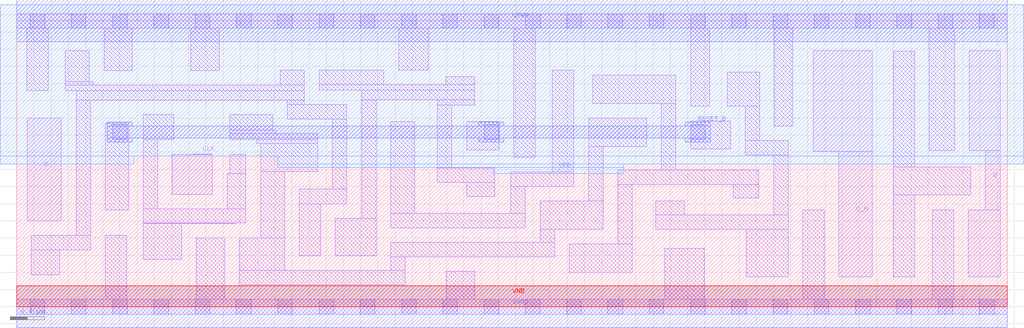
<source format=lef>
# Copyright 2020 The SkyWater PDK Authors
#
# Licensed under the Apache License, Version 2.0 (the "License");
# you may not use this file except in compliance with the License.
# You may obtain a copy of the License at
#
#     https://www.apache.org/licenses/LICENSE-2.0
#
# Unless required by applicable law or agreed to in writing, software
# distributed under the License is distributed on an "AS IS" BASIS,
# WITHOUT WARRANTIES OR CONDITIONS OF ANY KIND, either express or implied.
# See the License for the specific language governing permissions and
# limitations under the License.
#
# SPDX-License-Identifier: Apache-2.0

VERSION 5.7 ;
  NOWIREEXTENSIONATPIN ON ;
  DIVIDERCHAR "/" ;
  BUSBITCHARS "[]" ;
MACRO sky130_fd_sc_ms__dfrbp_1
  CLASS CORE ;
  FOREIGN sky130_fd_sc_ms__dfrbp_1 ;
  ORIGIN  0.000000  0.000000 ;
  SIZE  11.52000 BY  3.330000 ;
  SYMMETRY X Y R90 ;
  SITE unit ;
  PIN D
    ANTENNAGATEAREA  0.138600 ;
    DIRECTION INPUT ;
    USE SIGNAL ;
    PORT
      LAYER li1 ;
        RECT 0.125000 1.000000 0.520000 2.195000 ;
    END
  END D
  PIN Q
    ANTENNADIFFAREA  0.524500 ;
    DIRECTION OUTPUT ;
    USE SIGNAL ;
    PORT
      LAYER li1 ;
        RECT 11.065000 0.350000 11.435000 1.130000 ;
        RECT 11.075000 1.820000 11.435000 2.980000 ;
        RECT 11.265000 1.130000 11.435000 1.820000 ;
    END
  END Q
  PIN Q_N
    ANTENNADIFFAREA  0.934700 ;
    DIRECTION OUTPUT ;
    USE SIGNAL ;
    PORT
      LAYER li1 ;
        RECT 9.260000 1.810000 9.950000 2.985000 ;
        RECT 9.560000 0.350000 9.950000 1.810000 ;
    END
  END Q_N
  PIN RESET_B
    ANTENNAGATEAREA  0.415800 ;
    DIRECTION INPUT ;
    USE SIGNAL ;
    PORT
      LAYER met1 ;
        RECT 1.055000 1.920000 1.345000 1.965000 ;
        RECT 1.055000 1.965000 8.065000 2.105000 ;
        RECT 1.055000 2.105000 1.345000 2.150000 ;
        RECT 5.375000 1.920000 5.665000 1.965000 ;
        RECT 5.375000 2.105000 5.665000 2.150000 ;
        RECT 7.775000 1.920000 8.065000 1.965000 ;
        RECT 7.775000 2.105000 8.065000 2.150000 ;
    END
  END RESET_B
  PIN CLK
    ANTENNAGATEAREA  0.312600 ;
    DIRECTION INPUT ;
    USE CLOCK ;
    PORT
      LAYER li1 ;
        RECT 1.810000 1.310000 2.275000 1.775000 ;
        RECT 2.045000 1.775000 2.275000 1.780000 ;
    END
  END CLK
  PIN VGND
    DIRECTION INOUT ;
    USE GROUND ;
    PORT
      LAYER met1 ;
        RECT 0.000000 -0.245000 11.520000 0.245000 ;
    END
  END VGND
  PIN VNB
    DIRECTION INOUT ;
    USE GROUND ;
    PORT
      LAYER pwell ;
        RECT 0.000000 0.000000 11.520000 0.245000 ;
    END
  END VNB
  PIN VPB
    DIRECTION INOUT ;
    USE POWER ;
    PORT
      LAYER nwell ;
        RECT -0.190000 1.660000  1.360000 1.755000 ;
        RECT -0.190000 1.755000 11.710000 3.520000 ;
        RECT  3.035000 1.620000  7.060000 1.660000 ;
        RECT  3.035000 1.660000 11.710000 1.755000 ;
        RECT  5.540000 1.555000  7.060000 1.620000 ;
    END
  END VPB
  PIN VPWR
    DIRECTION INOUT ;
    USE POWER ;
    PORT
      LAYER met1 ;
        RECT 0.000000 3.085000 11.520000 3.575000 ;
    END
  END VPWR
  OBS
    LAYER li1 ;
      RECT  0.000000 -0.085000 11.520000 0.085000 ;
      RECT  0.000000  3.245000 11.520000 3.415000 ;
      RECT  0.115000  2.520000  0.365000 3.245000 ;
      RECT  0.170000  0.370000  0.500000 0.660000 ;
      RECT  0.170000  0.660000  0.860000 0.830000 ;
      RECT  0.565000  2.520000  3.345000 2.580000 ;
      RECT  0.565000  2.580000  0.890000 2.625000 ;
      RECT  0.565000  2.625000  0.845000 2.980000 ;
      RECT  0.690000  0.830000  0.860000 2.410000 ;
      RECT  0.690000  2.410000  3.345000 2.520000 ;
      RECT  1.015000  2.750000  1.345000 3.245000 ;
      RECT  1.030000  0.085000  1.280000 0.830000 ;
      RECT  1.030000  1.130000  1.300000 2.140000 ;
      RECT  1.470000  0.550000  1.920000 0.970000 ;
      RECT  1.470000  0.970000  2.540000 0.975000 ;
      RECT  1.470000  0.975000  2.665000 1.140000 ;
      RECT  1.470000  1.140000  1.640000 1.945000 ;
      RECT  1.470000  1.945000  1.825000 2.240000 ;
      RECT  2.025000  2.750000  2.355000 3.245000 ;
      RECT  2.090000  0.085000  2.420000 0.800000 ;
      RECT  2.445000  1.140000  2.665000 1.550000 ;
      RECT  2.475000  1.550000  2.665000 1.775000 ;
      RECT  2.475000  1.945000  3.500000 2.015000 ;
      RECT  2.475000  2.015000  3.020000 2.060000 ;
      RECT  2.475000  2.060000  2.975000 2.240000 ;
      RECT  2.590000  0.255000  4.520000 0.425000 ;
      RECT  2.590000  0.425000  3.115000 0.805000 ;
      RECT  2.790000  1.900000  3.500000 1.945000 ;
      RECT  2.835000  0.805000  3.115000 1.575000 ;
      RECT  2.835000  1.575000  3.500000 1.900000 ;
      RECT  3.065000  2.580000  3.345000 2.755000 ;
      RECT  3.145000  2.185000  3.840000 2.355000 ;
      RECT  3.145000  2.355000  3.345000 2.410000 ;
      RECT  3.285000  0.595000  3.535000 1.200000 ;
      RECT  3.285000  1.200000  3.840000 1.370000 ;
      RECT  3.515000  2.525000  5.325000 2.585000 ;
      RECT  3.515000  2.585000  4.270000 2.755000 ;
      RECT  3.670000  1.370000  3.840000 2.185000 ;
      RECT  3.705000  0.595000  4.180000 1.030000 ;
      RECT  4.010000  1.030000  4.180000 2.415000 ;
      RECT  4.010000  2.415000  5.325000 2.525000 ;
      RECT  4.350000  0.425000  4.520000 0.580000 ;
      RECT  4.350000  0.580000  6.255000 0.750000 ;
      RECT  4.350000  0.920000  5.915000 1.090000 ;
      RECT  4.350000  1.090000  4.630000 2.155000 ;
      RECT  4.440000  2.755000  4.785000 3.245000 ;
      RECT  4.890000  1.445000  5.560000 1.615000 ;
      RECT  4.890000  1.615000  5.060000 2.350000 ;
      RECT  4.890000  2.350000  5.325000 2.415000 ;
      RECT  4.990000  2.585000  5.325000 2.680000 ;
      RECT  4.995000  0.085000  5.325000 0.410000 ;
      RECT  5.230000  1.285000  5.560000 1.445000 ;
      RECT  5.230000  1.825000  5.610000 2.155000 ;
      RECT  5.745000  1.090000  5.915000 1.400000 ;
      RECT  5.745000  1.400000  6.480000 1.570000 ;
      RECT  5.780000  1.740000  6.030000 3.245000 ;
      RECT  6.085000  0.750000  6.255000 0.900000 ;
      RECT  6.085000  0.900000  6.820000 1.230000 ;
      RECT  6.230000  1.570000  6.480000 2.755000 ;
      RECT  6.425000  0.400000  7.160000 0.730000 ;
      RECT  6.650000  1.230000  6.820000 1.865000 ;
      RECT  6.650000  1.865000  7.325000 2.195000 ;
      RECT  6.700000  2.365000  7.665000 2.695000 ;
      RECT  6.990000  0.730000  7.160000 1.425000 ;
      RECT  6.990000  1.425000  8.630000 1.595000 ;
      RECT  7.430000  0.900000  8.970000 1.070000 ;
      RECT  7.430000  1.070000  7.760000 1.230000 ;
      RECT  7.495000  1.595000  7.665000 2.365000 ;
      RECT  7.535000  0.085000  7.995000 0.680000 ;
      RECT  7.835000  1.835000  8.300000 2.165000 ;
      RECT  7.835000  2.335000  8.060000 3.245000 ;
      RECT  8.260000  2.335000  8.640000 2.730000 ;
      RECT  8.330000  1.265000  8.630000 1.425000 ;
      RECT  8.470000  1.765000  8.970000 1.935000 ;
      RECT  8.470000  1.935000  8.640000 2.335000 ;
      RECT  8.485000  0.350000  8.970000 0.900000 ;
      RECT  8.800000  1.070000  8.970000 1.765000 ;
      RECT  8.810000  2.105000  9.025000 3.245000 ;
      RECT  9.140000  0.085000  9.390000 1.130000 ;
      RECT 10.190000  0.350000 10.440000 1.300000 ;
      RECT 10.190000  1.300000 11.095000 1.630000 ;
      RECT 10.190000  1.630000 10.440000 2.975000 ;
      RECT 10.610000  1.820000 10.905000 3.245000 ;
      RECT 10.645000  0.085000 10.895000 1.130000 ;
    LAYER mcon ;
      RECT  0.155000 -0.085000  0.325000 0.085000 ;
      RECT  0.155000  3.245000  0.325000 3.415000 ;
      RECT  0.635000 -0.085000  0.805000 0.085000 ;
      RECT  0.635000  3.245000  0.805000 3.415000 ;
      RECT  1.115000 -0.085000  1.285000 0.085000 ;
      RECT  1.115000  1.950000  1.285000 2.120000 ;
      RECT  1.115000  3.245000  1.285000 3.415000 ;
      RECT  1.595000 -0.085000  1.765000 0.085000 ;
      RECT  1.595000  3.245000  1.765000 3.415000 ;
      RECT  2.075000 -0.085000  2.245000 0.085000 ;
      RECT  2.075000  3.245000  2.245000 3.415000 ;
      RECT  2.555000 -0.085000  2.725000 0.085000 ;
      RECT  2.555000  3.245000  2.725000 3.415000 ;
      RECT  3.035000 -0.085000  3.205000 0.085000 ;
      RECT  3.035000  3.245000  3.205000 3.415000 ;
      RECT  3.515000 -0.085000  3.685000 0.085000 ;
      RECT  3.515000  3.245000  3.685000 3.415000 ;
      RECT  3.995000 -0.085000  4.165000 0.085000 ;
      RECT  3.995000  3.245000  4.165000 3.415000 ;
      RECT  4.475000 -0.085000  4.645000 0.085000 ;
      RECT  4.475000  3.245000  4.645000 3.415000 ;
      RECT  4.955000 -0.085000  5.125000 0.085000 ;
      RECT  4.955000  3.245000  5.125000 3.415000 ;
      RECT  5.435000 -0.085000  5.605000 0.085000 ;
      RECT  5.435000  1.950000  5.605000 2.120000 ;
      RECT  5.435000  3.245000  5.605000 3.415000 ;
      RECT  5.915000 -0.085000  6.085000 0.085000 ;
      RECT  5.915000  3.245000  6.085000 3.415000 ;
      RECT  6.395000 -0.085000  6.565000 0.085000 ;
      RECT  6.395000  3.245000  6.565000 3.415000 ;
      RECT  6.875000 -0.085000  7.045000 0.085000 ;
      RECT  6.875000  3.245000  7.045000 3.415000 ;
      RECT  7.355000 -0.085000  7.525000 0.085000 ;
      RECT  7.355000  3.245000  7.525000 3.415000 ;
      RECT  7.835000 -0.085000  8.005000 0.085000 ;
      RECT  7.835000  1.950000  8.005000 2.120000 ;
      RECT  7.835000  3.245000  8.005000 3.415000 ;
      RECT  8.315000 -0.085000  8.485000 0.085000 ;
      RECT  8.315000  3.245000  8.485000 3.415000 ;
      RECT  8.795000 -0.085000  8.965000 0.085000 ;
      RECT  8.795000  3.245000  8.965000 3.415000 ;
      RECT  9.275000 -0.085000  9.445000 0.085000 ;
      RECT  9.275000  3.245000  9.445000 3.415000 ;
      RECT  9.755000 -0.085000  9.925000 0.085000 ;
      RECT  9.755000  3.245000  9.925000 3.415000 ;
      RECT 10.235000 -0.085000 10.405000 0.085000 ;
      RECT 10.235000  3.245000 10.405000 3.415000 ;
      RECT 10.715000 -0.085000 10.885000 0.085000 ;
      RECT 10.715000  3.245000 10.885000 3.415000 ;
      RECT 11.195000 -0.085000 11.365000 0.085000 ;
      RECT 11.195000  3.245000 11.365000 3.415000 ;
  END
END sky130_fd_sc_ms__dfrbp_1
END LIBRARY

</source>
